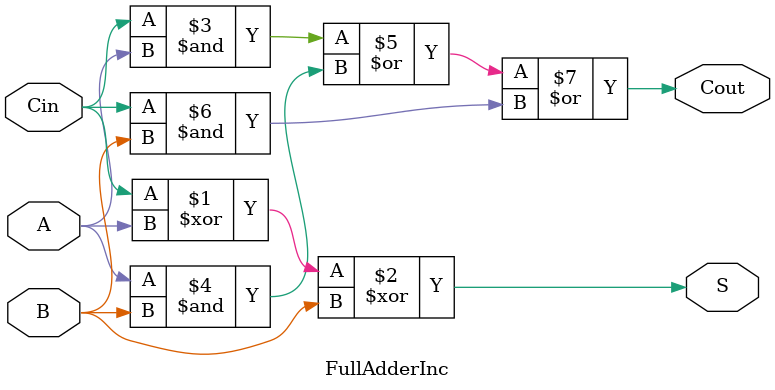
<source format=sv>
module FullAdderInc (
    input logic Cin, A, B,
    output logic S, Cout
);

    assign S = Cin ^ A ^ B;
    assign Cout = (Cin & A) | (A & B) | (Cin & B);

endmodule

</source>
